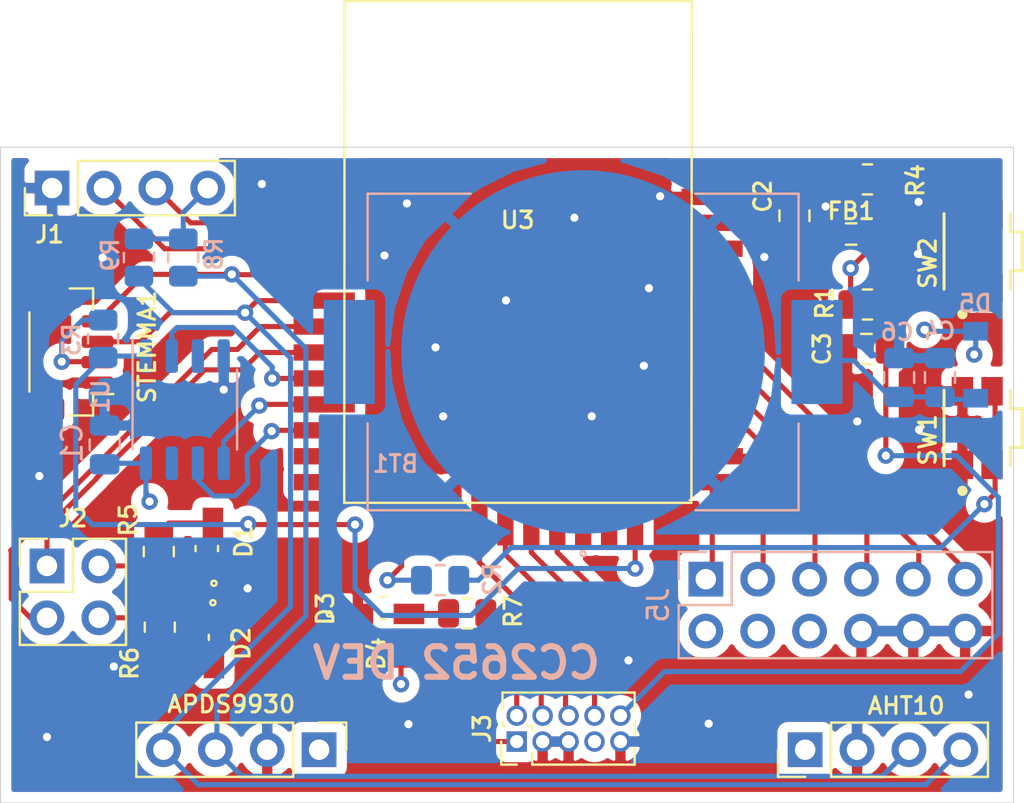
<source format=kicad_pcb>
(kicad_pcb (version 20171130) (host pcbnew 5.1.9-73d0e3b20d~88~ubuntu20.04.1)
  (layers (0 F.Cu signal) (1 In1.Cu signal) (2 In2.Cu signal) (31 B.Cu signal) (34 B.Paste user hide) (35 F.Paste user) (36 B.SilkS user) (37 F.SilkS user) (38 B.Mask user) (39 F.Mask user) (44 Edge.Cuts user))
  (net 0 "")
  (net 1 /XDS_RESET)
  (net 2 GND)
  (net 3 "Net-(C2-Pad1)")
  (net 4 "Net-(R2-Pad2)")
  (net 5 /SPI_SCLK)
  (net 6 /SPI_MOSI)
  (net 7 /XDS-TMS)
  (net 8 /SPI_MISO)
  (net 9 /FLASH_CS)
  (net 10 /GLED)
  (net 11 /XDS_TCK)
  (net 12 /RLED)
  (net 13 /XDS_TDI)
  (net 14 /SDA)
  (net 15 /SCL)
  (net 16 /UART_TXD)
  (net 17 /UART_RXD)
  (net 18 VDD)
  (net 19 "Net-(BT1-Pad2)")
  (net 20 "Net-(R2-Pad1)")
  (net 21 "Net-(R4-Pad1)")
  (net 22 "Net-(D1-Pad2)")
  (net 23 "Net-(D2-Pad2)")
  (net 24 "Net-(D3-Pad2)")
  (net 25 VCC)
  (net 26 "Net-(J2-Pad4)")
  (net 27 "Net-(J2-Pad2)")
  (net 28 /XDS_TDO)
  (net 29 "Net-(J5-Pad5)")
  (net 30 "Net-(J5-Pad3)")
  (net 31 "Net-(J5-Pad1)")
  (net 32 "Net-(J5-Pad11)")
  (net 33 "Net-(J5-Pad9)")
  (net 34 "Net-(J5-Pad7)")
  (module daughter_board:Panasonic-EVQ-P7A01P-0-0-MFG (layer F.Cu) (at 155.65 103 90)
    (fp_text reference SW2 (at -1.925 -2.75 90) (layer F.SilkS) (effects (font (size 0.82 0.82)) (justify left)))
    (fp_text value EVQ-P7A01P hide)
    (pad 1 smd rect (at -1.8 -1.05 90) (size 1.4 1.05) (layers F.Cu F.Paste F.Mask) (net 2 GND))
    (pad 1' smd rect (at 1.8 -1.05 90) (size 1.4 1.05) (layers F.Cu F.Paste F.Mask) (net 2 GND))
    (pad 2 smd rect (at -1.8 0.4 90) (size 1.4 1.05) (layers F.Cu F.Paste F.Mask) (net 21 "Net-(R4-Pad1)"))
    (pad 2' smd rect (at 1.8 0.4 90) (size 1.4 1.05) (layers F.Cu F.Paste F.Mask) (net 21 "Net-(R4-Pad1)"))
  )
  (module daughter_board:Panasonic-EVQ-P7A01P-0-0-MFG (layer F.Cu) (at 155.65 111.65 90)
    (fp_text reference SW1 (at -1.925 -2.75 90) (layer F.SilkS) (effects (font (size 0.82 0.82)) (justify left)))
    (fp_text value EVQ-P7A01P-switch2 hide)
    (pad 1 smd rect (at -1.8 -1.05 90) (size 1.4 1.05) (layers F.Cu F.Paste F.Mask) (net 2 GND))
    (pad 1' smd rect (at 1.8 -1.05 90) (size 1.4 1.05) (layers F.Cu F.Paste F.Mask) (net 2 GND))
    (pad 2 smd rect (at -1.8 0.4 90) (size 1.4 1.05) (layers F.Cu F.Paste F.Mask) (net 20 "Net-(R2-Pad1)"))
    (pad 2' smd rect (at 1.8 0.4 90) (size 1.4 1.05) (layers F.Cu F.Paste F.Mask) (net 20 "Net-(R2-Pad1)"))
  )
  (module daughter_board:Lite-On-LTST-S220KRKT-0-0-0 (layer F.Cu) (at 126.25 120.5)
    (fp_text reference D3 (at -2.85 0.9 90) (layer F.SilkS) (effects (font (size 0.82 0.82)) (justify left)))
    (fp_text value LED hide)
    (pad 1 smd rect (at -1.25 0.25) (size 1.5 1) (layers F.Cu F.Paste F.Mask) (net 2 GND))
    (pad 2 smd rect (at 1.25 0.25) (size 1.5 1) (layers F.Cu F.Paste F.Mask) (net 24 "Net-(D3-Pad2)"))
  )
  (module daughter_board:Lite-On-LTST-S220KRKT-0-0-0 (layer F.Cu) (at 118.2 121.9 270)
    (fp_text reference D2 (at -0.6 -1.1 90) (layer F.SilkS) (effects (font (size 0.82 0.82)) (justify right)))
    (fp_text value LED hide)
    (pad 1 smd rect (at -1.25 0.25 270) (size 1.5 1) (layers F.Cu F.Paste F.Mask) (net 2 GND))
    (pad 2 smd rect (at 1.25 0.25 270) (size 1.5 1) (layers F.Cu F.Paste F.Mask) (net 23 "Net-(D2-Pad2)"))
  )
  (module daughter_board:Lite-On-LTST-S220KRKT-0-0-0 (layer F.Cu) (at 117.65 117.55 90)
    (fp_text reference D1 (at -0.55 1.75 90) (layer F.SilkS) (effects (font (size 0.82 0.82)) (justify left)))
    (fp_text value LED hide)
    (pad 1 smd rect (at -1.25 0.25 90) (size 1.5 1) (layers F.Cu F.Paste F.Mask) (net 2 GND))
    (pad 2 smd rect (at 1.25 0.25 90) (size 1.5 1) (layers F.Cu F.Paste F.Mask) (net 22 "Net-(D1-Pad2)"))
  )
  (module Connector_JST:JST_SH_BM04B-SRSS-TB_1x04-1MP_P1.00mm_Vertical (layer F.Cu) (at 110.925 107.925 90)
    (fp_text reference STEMMA1 (at 0.25 3.75 90) (layer F.SilkS) (effects (font (size 0.82 0.82))))
    (fp_text value STEMMA_I2C_QT)
    (pad MP smd roundrect (at 2.8 -1.2 90) (size 1.2 1.8) (layers F.Cu F.Paste F.Mask) (roundrect_rratio 0.2083325))
    (pad MP smd roundrect (at -2.8 -1.2 90) (size 1.2 1.8) (layers F.Cu F.Paste F.Mask) (roundrect_rratio 0.2083325))
    (pad 4 smd roundrect (at 1.5 1.325 90) (size 0.6 1.55) (layers F.Cu F.Paste F.Mask) (net 15 /SCL))
    (pad 3 smd roundrect (at 0.5 1.325 90) (size 0.6 1.55) (layers F.Cu F.Paste F.Mask) (net 14 /SDA))
    (pad 2 smd roundrect (at -0.5 1.325 90) (size 0.6 1.55) (layers F.Cu F.Paste F.Mask) (net 18 VDD))
    (pad 1 smd roundrect (at -1.5 1.325 90) (size 0.6 1.55) (layers F.Cu F.Paste F.Mask) (net 2 GND))
  )
  (module Capacitor_SMD:C_0805_2012Metric (layer B.Cu) (at 153.5 109.175 90)
    (fp_text reference C4 (at 2.275 -0.05 180) (layer B.SilkS) (effects (font (size 0.82 0.82)) (justify mirror)))
    (fp_text value 1u)
    (pad 2 smd roundrect (at 0.95 0 90) (size 1 1.45) (layers B.Cu B.Paste B.Mask) (net 2 GND))
    (pad 1 smd roundrect (at -0.95 0 90) (size 1 1.45) (layers B.Cu B.Paste B.Mask) (net 19 "Net-(BT1-Pad2)"))
  )
  (module Capacitor_SMD:C_0805_2012Metric (layer B.Cu) (at 112.6 112.475 90)
    (fp_text reference C1 (at 0.1 -1.6 90) (layer B.SilkS) (effects (justify mirror)))
    (fp_text value 100n)
    (pad 2 smd roundrect (at 0.95 0 90) (size 1 1.45) (layers B.Cu B.Paste B.Mask) (net 2 GND))
    (pad 1 smd roundrect (at -0.95 0 90) (size 1 1.45) (layers B.Cu B.Paste B.Mask) (net 18 VDD))
  )
  (module Connector_PinHeader_2.54mm:PinHeader_2x06_P2.54mm_Vertical (layer B.Cu) (at 142.035 119.05 270)
    (fp_text reference J5 (at 1.27 2.33 270) (layer B.SilkS) (effects (justify mirror)))
    (fp_text value Conn_02x06)
    (pad 12 thru_hole oval (at 2.54 -12.7 270) (size 1.7 1.7) (drill 1) (layers *.Cu *.Mask) (net 2 GND))
    (pad 11 thru_hole oval (at 0 -12.7 270) (size 1.7 1.7) (drill 1) (layers *.Cu *.Mask) (net 32 "Net-(J5-Pad11)"))
    (pad 10 thru_hole oval (at 2.54 -10.16 270) (size 1.7 1.7) (drill 1) (layers *.Cu *.Mask) (net 2 GND))
    (pad 9 thru_hole oval (at 0 -10.16 270) (size 1.7 1.7) (drill 1) (layers *.Cu *.Mask) (net 33 "Net-(J5-Pad9)"))
    (pad 8 thru_hole oval (at 2.54 -7.62 270) (size 1.7 1.7) (drill 1) (layers *.Cu *.Mask) (net 2 GND))
    (pad 7 thru_hole oval (at 0 -7.62 270) (size 1.7 1.7) (drill 1) (layers *.Cu *.Mask) (net 34 "Net-(J5-Pad7)"))
    (pad 6 thru_hole oval (at 2.54 -5.08 270) (size 1.7 1.7) (drill 1) (layers *.Cu *.Mask) (net 18 VDD))
    (pad 5 thru_hole oval (at 0 -5.08 270) (size 1.7 1.7) (drill 1) (layers *.Cu *.Mask) (net 29 "Net-(J5-Pad5)"))
    (pad 4 thru_hole oval (at 2.54 -2.54 270) (size 1.7 1.7) (drill 1) (layers *.Cu *.Mask) (net 18 VDD))
    (pad 3 thru_hole oval (at 0 -2.54 270) (size 1.7 1.7) (drill 1) (layers *.Cu *.Mask) (net 30 "Net-(J5-Pad3)"))
    (pad 2 thru_hole oval (at 2.54 0 270) (size 1.7 1.7) (drill 1) (layers *.Cu *.Mask) (net 18 VDD))
    (pad 1 thru_hole rect (at 0 0 270) (size 1.7 1.7) (drill 1) (layers *.Cu *.Mask) (net 31 "Net-(J5-Pad1)"))
  )
  (module daughter_board:Linx-BAT-HLD-001-0 (layer B.Cu) (at 136.025 107.925)
    (fp_text reference BT1 (at -10.4 5.475) (layer B.SilkS) (effects (font (size 0.82 0.82)) (justify right mirror)))
    (fp_text value BAT-HLD-001 hide)
    (pad 2 smd rect (at -11.45 0) (size 2.5 5.1) (layers B.Cu B.Paste B.Mask) (net 19 "Net-(BT1-Pad2)"))
    (pad 2 smd rect (at 11.45 0) (size 2.5 5.1) (layers B.Cu B.Paste B.Mask) (net 19 "Net-(BT1-Pad2)"))
    (pad 1 smd circle (at 0 0) (size 17.8 17.8) (layers B.Cu B.Paste B.Mask) (net 2 GND))
  )
  (module Connector_PinHeader_2.54mm:PinHeader_2x02_P2.54mm_Vertical (layer F.Cu) (at 109.775 118.4)
    (fp_text reference J2 (at 1.27 -2.33) (layer F.SilkS) (effects (font (size 0.82 0.82))))
    (fp_text value Conn_02x02_Odd_Even)
    (pad 4 thru_hole oval (at 2.54 2.54) (size 1.7 1.7) (drill 1) (layers *.Cu *.Mask) (net 26 "Net-(J2-Pad4)"))
    (pad 3 thru_hole oval (at 0 2.54) (size 1.7 1.7) (drill 1) (layers *.Cu *.Mask) (net 12 /RLED))
    (pad 2 thru_hole oval (at 2.54 0) (size 1.7 1.7) (drill 1) (layers *.Cu *.Mask) (net 27 "Net-(J2-Pad2)"))
    (pad 1 thru_hole rect (at 0 0) (size 1.7 1.7) (drill 1) (layers *.Cu *.Mask) (net 10 /GLED))
  )
  (module Connector_PinHeader_2.54mm:PinHeader_1x04_P2.54mm_Vertical (layer F.Cu) (at 123.1 127.4 270)
    (fp_text reference APDS9930 (at -2.225 4.3 180) (layer F.SilkS) (effects (font (size 0.82 0.82))))
    (fp_text value Conn_01x04)
    (pad 4 thru_hole oval (at 0 7.62 270) (size 1.7 1.7) (drill 1) (layers *.Cu *.Mask) (net 14 /SDA))
    (pad 3 thru_hole oval (at 0 5.08 270) (size 1.7 1.7) (drill 1) (layers *.Cu *.Mask) (net 15 /SCL))
    (pad 2 thru_hole oval (at 0 2.54 270) (size 1.7 1.7) (drill 1) (layers *.Cu *.Mask) (net 2 GND))
    (pad 1 thru_hole rect (at 0 0 270) (size 1.7 1.7) (drill 1) (layers *.Cu *.Mask) (net 18 VDD))
  )
  (module Capacitor_SMD:C_0805_2012Metric (layer B.Cu) (at 151.5 109.175 90)
    (fp_text reference C6 (at 2.225 -0.1 180) (layer B.SilkS) (effects (font (size 0.82 0.82)) (justify mirror)))
    (fp_text value 100n)
    (pad 2 smd roundrect (at 0.95 0 90) (size 1 1.45) (layers B.Cu B.Paste B.Mask) (net 2 GND))
    (pad 1 smd roundrect (at -0.95 0 90) (size 1 1.45) (layers B.Cu B.Paste B.Mask) (net 19 "Net-(BT1-Pad2)"))
  )
  (module Resistor_SMD:R_0805_2012Metric (layer B.Cu) (at 114.275 103.3 90)
    (fp_text reference R9 (at 0.125 -1.4 270) (layer B.SilkS) (effects (font (size 0.82 0.82)) (justify mirror)))
    (fp_text value 10k)
    (pad 2 smd roundrect (at 0.9125 0 90) (size 1.025 1.4) (layers B.Cu B.Paste B.Mask) (roundrect_rratio 0.2439004878048781) (net 18 VDD))
    (pad 1 smd roundrect (at -0.9125 0 90) (size 1.025 1.4) (layers B.Cu B.Paste B.Mask) (roundrect_rratio 0.2439004878048781) (net 14 /SDA))
  )
  (module Resistor_SMD:R_0805_2012Metric (layer B.Cu) (at 116.45 103.3 90)
    (fp_text reference R8 (at 0.175 1.5 270) (layer B.SilkS) (effects (font (size 0.82 0.82)) (justify mirror)))
    (fp_text value 10k)
    (pad 2 smd roundrect (at 0.9125 0 90) (size 1.025 1.4) (layers B.Cu B.Paste B.Mask) (roundrect_rratio 0.2439004878048781) (net 18 VDD))
    (pad 1 smd roundrect (at -0.9125 0 90) (size 1.025 1.4) (layers B.Cu B.Paste B.Mask) (roundrect_rratio 0.2439004878048781) (net 15 /SCL))
  )
  (module Resistor_SMD:R_0805_2012Metric (layer F.Cu) (at 149.95 105.6 180)
    (fp_text reference R1 (at 2.1 0.075 90) (layer F.SilkS) (effects (font (size 0.82 0.82))))
    (fp_text value 10k)
    (pad 2 smd roundrect (at 0.9125 0 180) (size 1.025 1.4) (layers F.Cu F.Paste F.Mask) (roundrect_rratio 0.2439004878048781) (net 18 VDD))
    (pad 1 smd roundrect (at -0.9125 0 180) (size 1.025 1.4) (layers F.Cu F.Paste F.Mask) (roundrect_rratio 0.2439004878048781) (net 1 /XDS_RESET))
  )
  (module Capacitor_SMD:C_0805_2012Metric (layer F.Cu) (at 149.9 107.775 180)
    (fp_text reference C3 (at 2.175 0 90) (layer F.SilkS) (effects (font (size 0.82 0.82))))
    (fp_text value 100n)
    (pad 2 smd roundrect (at 0.95 0 180) (size 1 1.45) (layers F.Cu F.Paste F.Mask) (net 2 GND))
    (pad 1 smd roundrect (at -0.95 0 180) (size 1 1.45) (layers F.Cu F.Paste F.Mask) (net 1 /XDS_RESET))
  )
  (module Resistor_SMD:R_0603_1608Metric_Pad0.98x0.95mm_HandSolder (layer F.Cu) (at 149.15 102.15 180)
    (fp_text reference FB1 (at 0 1.125) (layer F.SilkS) (effects (font (size 0.82 0.82))))
    (fp_text value BLM18HE152SN1D)
    (pad 2 smd roundrect (at 0.9125 0 180) (size 0.975 0.95) (layers F.Cu F.Paste F.Mask) (net 3 "Net-(C2-Pad1)"))
    (pad 1 smd roundrect (at -0.9125 0 180) (size 0.975 0.95) (layers F.Cu F.Paste F.Mask) (net 18 VDD))
  )
  (module Package_SO:SOP-8_3.9x4.9mm_P1.27mm (layer B.Cu) (at 116.525 110.75 270)
    (fp_text reference U1 (at -0.65 4.125 90) (layer B.SilkS) (effects (font (size 0.82 0.82)) (justify mirror)))
    (fp_text value MX25R8035FM1IH1)
    (pad 8 smd roundrect (at 2.625 1.905 270) (size 1.65 0.6) (layers B.Cu B.Paste B.Mask) (net 18 VDD))
    (pad 7 smd roundrect (at 2.625 0.635 270) (size 1.65 0.6) (layers B.Cu B.Paste B.Mask))
    (pad 6 smd roundrect (at 2.625 -0.635 270) (size 1.65 0.6) (layers B.Cu B.Paste B.Mask) (net 5 /SPI_SCLK))
    (pad 5 smd roundrect (at 2.625 -1.905 270) (size 1.65 0.6) (layers B.Cu B.Paste B.Mask) (net 6 /SPI_MOSI))
    (pad 4 smd roundrect (at -2.625 -1.905 270) (size 1.65 0.6) (layers B.Cu B.Paste B.Mask) (net 2 GND))
    (pad 3 smd roundrect (at -2.625 -0.635 270) (size 1.65 0.6) (layers B.Cu B.Paste B.Mask))
    (pad 2 smd roundrect (at -2.625 0.635 270) (size 1.65 0.6) (layers B.Cu B.Paste B.Mask) (net 8 /SPI_MISO))
    (pad 1 smd roundrect (at -2.625 1.905 270) (size 1.65 0.6) (layers B.Cu B.Paste B.Mask) (net 9 /FLASH_CS))
  )
  (module daughter_board:SOD-123FL (layer B.Cu) (at 155.25 108.55 270)
    (fp_text reference D5 (at -3 0.025) (layer B.SilkS) (effects (font (size 0.82 0.82)) (justify mirror)))
    (fp_text value DIODE)
    (pad 1 smd rect (at 1.6383 0 270) (size 0.9144 1.2192) (layers B.Cu B.Paste B.Mask) (net 19 "Net-(BT1-Pad2)"))
    (pad 2 smd rect (at -1.6383 0 270) (size 0.9144 1.2192) (layers B.Cu B.Paste B.Mask) (net 18 VDD))
  )
  (module daughter_board:SOD-123FL (layer F.Cu) (at 128.75 122.775)
    (fp_text reference D4 (at -2.85 -0.075 270) (layer F.SilkS) (effects (font (size 0.82 0.82))))
    (fp_text value DIODE hide)
    (pad 1 smd rect (at 1.6383 0) (size 0.9144 1.2192) (layers F.Cu F.Paste F.Mask) (net 25 VCC))
    (pad 2 smd rect (at -1.6383 0) (size 0.9144 1.2192) (layers F.Cu F.Paste F.Mask) (net 18 VDD))
  )
  (module Connector_PinHeader_2.54mm:PinHeader_1x04_P2.54mm_Vertical (layer F.Cu) (at 146.9 127.4 90)
    (fp_text reference AHT10 (at 2.15 4.95) (layer F.SilkS) (effects (font (size 0.82 0.82))))
    (fp_text value Conn_01x04)
    (pad 4 thru_hole oval (at 0 7.62 90) (size 1.7 1.7) (drill 1) (layers *.Cu *.Mask) (net 14 /SDA))
    (pad 3 thru_hole oval (at 0 5.08 90) (size 1.7 1.7) (drill 1) (layers *.Cu *.Mask) (net 15 /SCL))
    (pad 2 thru_hole oval (at 0 2.54 90) (size 1.7 1.7) (drill 1) (layers *.Cu *.Mask) (net 2 GND))
    (pad 1 thru_hole rect (at 0 0 90) (size 1.7 1.7) (drill 1) (layers *.Cu *.Mask) (net 18 VDD))
  )
  (module Connector_PinHeader_1.27mm:PinHeader_2x05_P1.27mm_Vertical (layer F.Cu) (at 132.775 127 90)
    (fp_text reference J3 (at 0.635 -1.695 90) (layer F.SilkS) (effects (font (size 0.82 0.82))))
    (fp_text value Conn_02x05_Odd_Even)
    (pad 10 thru_hole oval (at 1.27 5.08 90) (size 1 1) (drill 0.65) (layers *.Cu *.Mask) (net 1 /XDS_RESET))
    (pad 9 thru_hole oval (at 0 5.08 90) (size 1 1) (drill 0.65) (layers *.Cu *.Mask) (net 2 GND))
    (pad 8 thru_hole oval (at 1.27 3.81 90) (size 1 1) (drill 0.65) (layers *.Cu *.Mask) (net 13 /XDS_TDI))
    (pad 7 thru_hole oval (at 0 3.81 90) (size 1 1) (drill 0.65) (layers *.Cu *.Mask))
    (pad 6 thru_hole oval (at 1.27 2.54 90) (size 1 1) (drill 0.65) (layers *.Cu *.Mask) (net 28 /XDS_TDO))
    (pad 5 thru_hole oval (at 0 2.54 90) (size 1 1) (drill 0.65) (layers *.Cu *.Mask) (net 2 GND))
    (pad 4 thru_hole oval (at 1.27 1.27 90) (size 1 1) (drill 0.65) (layers *.Cu *.Mask) (net 11 /XDS_TCK))
    (pad 3 thru_hole oval (at 0 1.27 90) (size 1 1) (drill 0.65) (layers *.Cu *.Mask) (net 2 GND))
    (pad 2 thru_hole oval (at 1.27 0 90) (size 1 1) (drill 0.65) (layers *.Cu *.Mask) (net 7 /XDS-TMS))
    (pad 1 thru_hole rect (at 0 0 90) (size 1 1) (drill 0.65) (layers *.Cu *.Mask) (net 25 VCC))
  )
  (module Resistor_SMD:R_0805_2012Metric (layer F.Cu) (at 130.35 120.725)
    (fp_text reference R7 (at 2.25 -0.1 90) (layer F.SilkS) (effects (font (size 0.82 0.82))))
    (fp_text value 150)
    (pad 2 smd roundrect (at 0.9125 0) (size 1.025 1.4) (layers F.Cu F.Paste F.Mask) (roundrect_rratio 0.2439004878048781) (net 25 VCC))
    (pad 1 smd roundrect (at -0.9125 0) (size 1.025 1.4) (layers F.Cu F.Paste F.Mask) (roundrect_rratio 0.2439004878048781) (net 24 "Net-(D3-Pad2)"))
  )
  (module Resistor_SMD:R_0805_2012Metric (layer F.Cu) (at 115.3 121.4 90)
    (fp_text reference R6 (at -1.775 -1.475 90) (layer F.SilkS) (effects (font (size 0.82 0.82))))
    (fp_text value 150)
    (pad 2 smd roundrect (at 0.9125 0 90) (size 1.025 1.4) (layers F.Cu F.Paste F.Mask) (roundrect_rratio 0.2439004878048781) (net 26 "Net-(J2-Pad4)"))
    (pad 1 smd roundrect (at -0.9125 0 90) (size 1.025 1.4) (layers F.Cu F.Paste F.Mask) (roundrect_rratio 0.2439004878048781) (net 23 "Net-(D2-Pad2)"))
  )
  (module Resistor_SMD:R_0805_2012Metric (layer F.Cu) (at 115.25 117.7 270)
    (fp_text reference R5 (at -1.55 1.5 90) (layer F.SilkS) (effects (font (size 0.82 0.82))))
    (fp_text value 150)
    (pad 2 smd roundrect (at 0.9125 0 270) (size 1.025 1.4) (layers F.Cu F.Paste F.Mask) (roundrect_rratio 0.2439004878048781) (net 27 "Net-(J2-Pad2)"))
    (pad 1 smd roundrect (at -0.9125 0 270) (size 1.025 1.4) (layers F.Cu F.Paste F.Mask) (roundrect_rratio 0.2439004878048781) (net 22 "Net-(D1-Pad2)"))
  )
  (module Resistor_SMD:R_0805_2012Metric (layer F.Cu) (at 149.95 99.475 180)
    (fp_text reference R4 (at -2.35 -0.05 90) (layer F.SilkS) (effects (font (size 0.82 0.82))))
    (fp_text value 100)
    (pad 2 smd roundrect (at 0.9125 0 180) (size 1.025 1.4) (layers F.Cu F.Paste F.Mask) (roundrect_rratio 0.2439004878048781) (net 1 /XDS_RESET))
    (pad 1 smd roundrect (at -0.9125 0 180) (size 1.025 1.4) (layers F.Cu F.Paste F.Mask) (roundrect_rratio 0.2439004878048781) (net 21 "Net-(R4-Pad1)"))
  )
  (module Resistor_SMD:R_0805_2012Metric (layer B.Cu) (at 112.525 107.275 270)
    (fp_text reference R3 (at 0.05 1.55 90) (layer B.SilkS) (effects (font (size 0.82 0.82)) (justify mirror)))
    (fp_text value 2.2k)
    (pad 2 smd roundrect (at 0.9125 0 270) (size 1.025 1.4) (layers B.Cu B.Paste B.Mask) (roundrect_rratio 0.2439004878048781) (net 9 /FLASH_CS))
    (pad 1 smd roundrect (at -0.9125 0 270) (size 1.025 1.4) (layers B.Cu B.Paste B.Mask) (roundrect_rratio 0.2439004878048781) (net 18 VDD))
  )
  (module Resistor_SMD:R_0805_2012Metric (layer B.Cu) (at 129.025 119.1 180)
    (fp_text reference R2 (at -2.55 0.05 90) (layer B.SilkS) (effects (font (size 0.82 0.82)) (justify mirror)))
    (fp_text value 100)
    (pad 2 smd roundrect (at 0.9125 0 180) (size 1.025 1.4) (layers B.Cu B.Paste B.Mask) (roundrect_rratio 0.2439004878048781) (net 4 "Net-(R2-Pad2)"))
    (pad 1 smd roundrect (at -0.9125 0 180) (size 1.025 1.4) (layers B.Cu B.Paste B.Mask) (roundrect_rratio 0.2439004878048781) (net 20 "Net-(R2-Pad1)"))
  )
  (module Connector_PinHeader_2.54mm:PinHeader_1x04_P2.54mm_Vertical (layer F.Cu) (at 110.025 99.9 90)
    (fp_text reference J1 (at -2.275 -0.125 180) (layer F.SilkS) (effects (font (size 0.82 0.82))))
    (fp_text value Conn_01x04)
    (pad 4 thru_hole oval (at 0 7.62 90) (size 1.7 1.7) (drill 1) (layers *.Cu *.Mask) (net 18 VDD))
    (pad 3 thru_hole oval (at 0 5.08 90) (size 1.7 1.7) (drill 1) (layers *.Cu *.Mask) (net 17 /UART_RXD))
    (pad 2 thru_hole oval (at 0 2.54 90) (size 1.7 1.7) (drill 1) (layers *.Cu *.Mask) (net 16 /UART_TXD))
    (pad 1 thru_hole rect (at 0 0 90) (size 1.7 1.7) (drill 1) (layers *.Cu *.Mask) (net 2 GND))
  )
  (module Capacitor_SMD:C_0805_2012Metric (layer F.Cu) (at 146.375 101.25 90)
    (fp_text reference C2 (at 0.95 -1.55 90) (layer F.SilkS) (effects (font (size 0.82 0.82))))
    (fp_text value 100n)
    (pad 2 smd roundrect (at 0.95 0 90) (size 1 1.45) (layers F.Cu F.Paste F.Mask) (net 2 GND))
    (pad 1 smd roundrect (at -0.95 0 90) (size 1 1.45) (layers F.Cu F.Paste F.Mask) (net 3 "Net-(C2-Pad1)"))
  )
  (module daughter_board:rf_star_cc2652 (layer F.Cu) (at 132.08 102.87)
    (fp_text reference U3 (at 0.74 -1.4) (layer F.SilkS) (effects (font (size 0.82 0.82))))
    (fp_text value CC2652)
    (pad 36 smd rect (at 10.26 -3.81 270) (size 0.8 3) (layers F.Cu F.Paste F.Mask) (net 1 /XDS_RESET))
    (pad 35 smd rect (at 10.26 -2.54 270) (size 0.8 3) (layers F.Cu F.Paste F.Mask) (net 2 GND))
    (pad 34 smd rect (at 10.26 -1.27 270) (size 0.8 3) (layers F.Cu F.Paste F.Mask) (net 3 "Net-(C2-Pad1)"))
    (pad 33 smd rect (at 10.26 0 270) (size 0.8 3) (layers F.Cu F.Paste F.Mask))
    (pad 32 smd rect (at 10.26 1.27 270) (size 0.8 3) (layers F.Cu F.Paste F.Mask))
    (pad 31 smd rect (at 10.26 2.54 270) (size 0.8 3) (layers F.Cu F.Paste F.Mask))
    (pad 30 smd rect (at 10.26 3.81 270) (size 0.8 3) (layers F.Cu F.Paste F.Mask))
    (pad 29 smd rect (at 10.26 5.08 270) (size 0.8 3) (layers F.Cu F.Paste F.Mask) (net 32 "Net-(J5-Pad11)"))
    (pad 28 smd rect (at 10.26 6.35 270) (size 0.8 3) (layers F.Cu F.Paste F.Mask) (net 33 "Net-(J5-Pad9)"))
    (pad 27 smd rect (at 10.26 7.62 270) (size 0.8 3) (layers F.Cu F.Paste F.Mask) (net 34 "Net-(J5-Pad7)"))
    (pad 13 smd rect (at -8.73 11.43 270) (size 0.8 3) (layers F.Cu F.Paste F.Mask))
    (pad 14 smd rect (at -4.94 13.03 180) (size 0.8 3) (layers F.Cu F.Paste F.Mask) (net 4 "Net-(R2-Pad2)"))
    (pad 12 smd rect (at -8.73 10.16 270) (size 0.8 3) (layers F.Cu F.Paste F.Mask))
    (pad 15 smd rect (at -3.67 13.03 180) (size 0.8 3) (layers F.Cu F.Paste F.Mask))
    (pad 11 smd rect (at -8.73 8.89 270) (size 0.8 3) (layers F.Cu F.Paste F.Mask) (net 5 /SPI_SCLK))
    (pad 16 smd rect (at -2.4 13.03 180) (size 0.8 3) (layers F.Cu F.Paste F.Mask))
    (pad 10 smd rect (at -8.73 7.62 270) (size 0.8 3) (layers F.Cu F.Paste F.Mask) (net 6 /SPI_MOSI))
    (pad 17 smd rect (at -1.13 13.03 180) (size 0.8 3) (layers F.Cu F.Paste F.Mask) (net 7 /XDS-TMS))
    (pad 9 smd rect (at -8.73 6.35 270) (size 0.8 3) (layers F.Cu F.Paste F.Mask) (net 8 /SPI_MISO))
    (pad 23 smd rect (at 6.49 13.03 180) (size 0.8 3) (layers F.Cu F.Paste F.Mask) (net 9 /FLASH_CS))
    (pad 8 smd rect (at -8.73 5.08 270) (size 0.8 3) (layers F.Cu F.Paste F.Mask) (net 10 /GLED))
    (pad 18 smd rect (at 0.14 13.03 180) (size 0.8 3) (layers F.Cu F.Paste F.Mask) (net 11 /XDS_TCK))
    (pad 7 smd rect (at -8.73 3.81 270) (size 0.8 3) (layers F.Cu F.Paste F.Mask) (net 12 /RLED))
    (pad 19 smd rect (at 1.41 13.03 180) (size 0.8 3) (layers F.Cu F.Paste F.Mask) (net 28 /XDS_TDO))
    (pad 6 smd rect (at -8.73 2.54 270) (size 0.8 3) (layers F.Cu F.Paste F.Mask) (net 14 /SDA))
    (pad 20 smd rect (at 2.68 13.03 180) (size 0.8 3) (layers F.Cu F.Paste F.Mask) (net 13 /XDS_TDI))
    (pad 5 smd rect (at -8.73 1.27 270) (size 0.8 3) (layers F.Cu F.Paste F.Mask) (net 15 /SCL))
    (pad 21 smd rect (at 3.95 13.03 180) (size 0.8 3) (layers F.Cu F.Paste F.Mask))
    (pad 4 smd rect (at -8.73 0 270) (size 0.8 3) (layers F.Cu F.Paste F.Mask) (net 16 /UART_TXD))
    (pad 22 smd rect (at 5.22 13.03 180) (size 0.8 3) (layers F.Cu F.Paste F.Mask))
    (pad 3 smd rect (at -8.73 -1.27 270) (size 0.8 3) (layers F.Cu F.Paste F.Mask) (net 17 /UART_RXD))
    (pad 24 smd rect (at 10.27 11.43 270) (size 0.8 3) (layers F.Cu F.Paste F.Mask) (net 31 "Net-(J5-Pad1)"))
    (pad 2 smd rect (at -8.73 -2.54 270) (size 0.8 3) (layers F.Cu F.Paste F.Mask))
    (pad 25 smd rect (at 10.27 10.16 270) (size 0.8 3) (layers F.Cu F.Paste F.Mask) (net 30 "Net-(J5-Pad3)"))
    (pad 1 smd rect (at -8.73 -3.81 270) (size 0.8 3) (layers F.Cu F.Paste F.Mask))
    (pad 26 smd rect (at 10.27 8.89 270) (size 0.8 3) (layers F.Cu F.Paste F.Mask) (net 29 "Net-(J5-Pad5)"))
  )
  (gr_line (start 157.1 130) (end 157.1 129.8) (layer Edge.Cuts) (width 0.05))
  (gr_line (start 107.5 130) (end 157.1 130) (layer Edge.Cuts) (width 0.05))
  (gr_line (start 107.5 129.8) (end 107.5 130) (layer Edge.Cuts) (width 0.05))
  (gr_line (start 157.1 129.8) (end 157.1 119.9) (layer Edge.Cuts) (width 0.05))
  (gr_line (start 107.5 97.9) (end 107.5 129.8) (layer Edge.Cuts) (width 0.05))
  (gr_line (start 157.1 97.9) (end 107.5 97.9) (layer Edge.Cuts) (width 0.05))
  (gr_line (start 157.1 119.9) (end 157.1 97.9) (layer Edge.Cuts) (width 0.05))
  (gr_text "CC2652 DEV" (at 129.825 123.15) (layer B.SilkS) (effects (font (size 1.5 1.5) (thickness 0.3)) (justify mirror)))
  (segment (start 148.6225 99.06) (end 149.0375 99.475) (width 0.25) (layer F.Cu) (net 1))
  (segment (start 142.34 99.06) (end 148.6225 99.06) (width 0.25) (layer F.Cu) (net 1))
  (segment (start 149.0375 99.475) (end 149.0375 100.0875) (width 0.25) (layer F.Cu) (net 1))
  (segment (start 149.0375 100.0875) (end 149.9 100.95) (width 0.25) (layer F.Cu) (net 1))
  (segment (start 149.9 100.95) (end 150.3 100.95) (width 0.25) (layer F.Cu) (net 1))
  (segment (start 150.3 100.95) (end 150.875 101.525) (width 0.25) (layer F.Cu) (net 1))
  (segment (start 150.8625 107.7625) (end 150.85 107.775) (width 0.25) (layer F.Cu) (net 1))
  (segment (start 150.8625 105.6) (end 150.8625 107.7625) (width 0.25) (layer F.Cu) (net 1))
  (segment (start 150.8625 102.1875) (end 150.8625 105.6) (width 0.25) (layer F.Cu) (net 1))
  (segment (start 150.875 102.175) (end 150.8625 102.1875) (width 0.25) (layer F.Cu) (net 1))
  (segment (start 150.875 101.525) (end 150.875 102.175) (width 0.25) (layer F.Cu) (net 1))
  (segment (start 150.85 107.775) (end 150.85 113) (width 0.25) (layer F.Cu) (net 1))
  (via (at 150.85 113) (size 0.8) (drill 0.4) (layers F.Cu B.Cu) (net 1))
  (segment (start 154.313802 113) (end 150.85 113) (width 0.25) (layer B.Cu) (net 1))
  (segment (start 156.360001 121.719801) (end 156.360001 115.046199) (width 0.25) (layer B.Cu) (net 1))
  (segment (start 156.360001 115.046199) (end 154.313802 113) (width 0.25) (layer B.Cu) (net 1))
  (segment (start 154.504802 123.575) (end 156.360001 121.719801) (width 0.25) (layer B.Cu) (net 1))
  (segment (start 140.01 123.575) (end 154.504802 123.575) (width 0.25) (layer B.Cu) (net 1))
  (segment (start 137.855 125.73) (end 140.01 123.575) (width 0.25) (layer B.Cu) (net 1))
  (via (at 149.45 111.325) (size 0.8) (drill 0.4) (layers F.Cu B.Cu) (net 2))
  (via (at 119.6 119.5) (size 0.8) (drill 0.4) (layers F.Cu B.Cu) (net 2))
  (via (at 109.775 126.775) (size 0.8) (drill 0.4) (layers F.Cu B.Cu) (net 2))
  (via (at 113.05 123.325) (size 0.8) (drill 0.4) (layers F.Cu B.Cu) (net 2))
  (via (at 127.475 126.15) (size 0.8) (drill 0.4) (layers F.Cu B.Cu) (net 2))
  (via (at 142.175 126.125) (size 0.8) (drill 0.4) (layers F.Cu B.Cu) (net 2))
  (via (at 152.45 100.575) (size 0.8) (drill 0.4) (layers F.Cu B.Cu) (net 2))
  (via (at 152.475 111.725) (size 0.8) (drill 0.4) (layers F.Cu B.Cu) (net 2))
  (via (at 138.25 123.025) (size 0.8) (drill 0.4) (layers F.Cu B.Cu) (net 2))
  (via (at 127.4 100.65) (size 0.8) (drill 0.4) (layers F.Cu B.Cu) (net 2))
  (via (at 112.5 103.3) (size 0.8) (drill 0.4) (layers F.Cu B.Cu) (net 2))
  (segment (start 144.95 103.225) (end 144.9 103.275) (width 0.25) (layer F.Cu) (net 2))
  (segment (start 144.95 103.025) (end 144.95 103.225) (width 0.25) (layer F.Cu) (net 2))
  (via (at 135.6 101.35) (size 0.8) (drill 0.4) (layers F.Cu B.Cu) (net 2))
  (via (at 129.175 111.075) (size 0.8) (drill 0.4) (layers F.Cu B.Cu) (net 2))
  (via (at 136.45 111.075) (size 0.8) (drill 0.4) (layers F.Cu B.Cu) (net 2))
  (via (at 144.9 103.275) (size 0.8) (drill 0.4) (layers F.Cu B.Cu) (net 2))
  (via (at 152.425 103.125) (size 0.8) (drill 0.4) (layers F.Cu B.Cu) (net 2))
  (segment (start 152.375 103.175) (end 152.425 103.125) (width 0.25) (layer F.Cu) (net 2))
  (segment (start 152.35 103.175) (end 152.375 103.175) (width 0.25) (layer F.Cu) (net 2))
  (via (at 132.25 105.4) (size 0.8) (drill 0.4) (layers F.Cu B.Cu) (net 2))
  (segment (start 135.3 107.925) (end 136.025 107.925) (width 0.25) (layer B.Cu) (net 2))
  (via (at 139.25 104.8) (size 0.8) (drill 0.4) (layers F.Cu B.Cu) (net 2))
  (segment (start 136.325 107.925) (end 136.025 107.925) (width 0.25) (layer B.Cu) (net 2))
  (segment (start 142.34 100.33) (end 146.345 100.33) (width 0.25) (layer F.Cu) (net 2))
  (segment (start 118.43 108.125) (end 118.43 109.77) (width 0.25) (layer B.Cu) (net 2))
  (via (at 118.43 109.77) (size 0.8) (drill 0.4) (layers F.Cu B.Cu) (net 2))
  (via (at 109.4 114) (size 0.8) (drill 0.4) (layers F.Cu B.Cu) (net 2))
  (via (at 154.9 124.7) (size 0.8) (drill 0.4) (layers F.Cu B.Cu) (net 2))
  (via (at 139 108.6) (size 0.8) (drill 0.4) (layers F.Cu B.Cu) (net 2))
  (via (at 128.8 107.7) (size 0.8) (drill 0.4) (layers F.Cu B.Cu) (net 2))
  (via (at 126.3 103.2) (size 0.8) (drill 0.4) (layers F.Cu B.Cu) (net 2))
  (via (at 120.3 99.7) (size 0.8) (drill 0.4) (layers F.Cu B.Cu) (net 2))
  (via (at 147.9 100.8) (size 0.8) (drill 0.4) (layers F.Cu B.Cu) (net 2))
  (via (at 139.8 100.3) (size 0.8) (drill 0.4) (layers F.Cu B.Cu) (net 2))
  (segment (start 146.025 101.6) (end 146.575 102.15) (width 0.25) (layer F.Cu) (net 3))
  (segment (start 142.34 101.6) (end 146.025 101.6) (width 0.25) (layer F.Cu) (net 3))
  (segment (start 146.575 102.15) (end 148.2375 102.15) (width 0.25) (layer F.Cu) (net 3))
  (segment (start 128.1125 119.1) (end 126.45 119.1) (width 0.25) (layer B.Cu) (net 4))
  (via (at 126.45 119.1) (size 0.8) (drill 0.4) (layers F.Cu B.Cu) (net 4))
  (segment (start 127.14 118.41) (end 126.45 119.1) (width 0.25) (layer F.Cu) (net 4))
  (segment (start 127.14 115.9) (end 127.14 118.41) (width 0.25) (layer F.Cu) (net 4))
  (via (at 120.775 111.8) (size 0.8) (drill 0.4) (layers F.Cu B.Cu) (net 5))
  (segment (start 120.815 111.76) (end 120.775 111.8) (width 0.25) (layer F.Cu) (net 5))
  (segment (start 123.35 111.76) (end 120.815 111.76) (width 0.25) (layer F.Cu) (net 5))
  (segment (start 120.775 111.8) (end 119.575 113) (width 0.25) (layer B.Cu) (net 5))
  (segment (start 119.575 113.670198) (end 119.6 113.695198) (width 0.25) (layer B.Cu) (net 5))
  (segment (start 119.575 113) (end 119.575 113.670198) (width 0.25) (layer B.Cu) (net 5))
  (segment (start 119.6 113.695198) (end 119.6 114.35) (width 0.25) (layer B.Cu) (net 5))
  (segment (start 119.6 114.35) (end 118.975 114.975) (width 0.25) (layer B.Cu) (net 5))
  (segment (start 117.16 114.2) (end 117.16 113.375) (width 0.25) (layer B.Cu) (net 5))
  (segment (start 117.935 114.975) (end 117.16 114.2) (width 0.25) (layer B.Cu) (net 5))
  (segment (start 118.975 114.975) (end 117.935 114.975) (width 0.25) (layer B.Cu) (net 5))
  (segment (start 123.35 110.49) (end 120.14 110.49) (width 0.25) (layer F.Cu) (net 6))
  (via (at 120.175 110.55) (size 0.8) (drill 0.4) (layers F.Cu B.Cu) (net 6))
  (segment (start 120.14 110.515) (end 120.175 110.55) (width 0.25) (layer F.Cu) (net 6))
  (segment (start 120.14 110.49) (end 120.14 110.515) (width 0.25) (layer F.Cu) (net 6))
  (segment (start 118.43 112.295) (end 118.43 113.375) (width 0.25) (layer B.Cu) (net 6))
  (segment (start 120.175 110.55) (end 118.43 112.295) (width 0.25) (layer B.Cu) (net 6))
  (segment (start 130.95 115.9) (end 130.95 118.225) (width 0.25) (layer F.Cu) (net 7))
  (segment (start 132.775 125.73) (end 132.775 125.675) (width 0.25) (layer B.Cu) (net 7))
  (segment (start 132.775 125.73) (end 132.775 120.05) (width 0.25) (layer F.Cu) (net 7))
  (segment (start 132.775 120.05) (end 132.575 119.85) (width 0.25) (layer F.Cu) (net 7))
  (segment (start 130.95 118.225) (end 132.575 119.85) (width 0.25) (layer F.Cu) (net 7))
  (segment (start 123.35 109.22) (end 120.805 109.22) (width 0.25) (layer F.Cu) (net 8))
  (via (at 120.805 109.22) (size 0.8) (drill 0.4) (layers F.Cu B.Cu) (net 8))
  (segment (start 115.89 108.125) (end 115.89 106.985) (width 0.25) (layer B.Cu) (net 8))
  (segment (start 115.89 106.985) (end 116.15 106.725) (width 0.25) (layer B.Cu) (net 8))
  (segment (start 120.805 108.654315) (end 120.805 109.22) (width 0.25) (layer B.Cu) (net 8))
  (segment (start 118.875685 106.725) (end 120.805 108.654315) (width 0.25) (layer B.Cu) (net 8))
  (segment (start 116.15 106.725) (end 118.875685 106.725) (width 0.25) (layer B.Cu) (net 8))
  (segment (start 112.5875 108.125) (end 112.525 108.1875) (width 0.25) (layer B.Cu) (net 9))
  (segment (start 114.62 108.125) (end 112.5875 108.125) (width 0.25) (layer B.Cu) (net 9))
  (via (at 119.625 116.35) (size 0.8) (drill 0.4) (layers F.Cu B.Cu) (net 9))
  (segment (start 121.575 116.375) (end 122.25 116.375) (width 0.25) (layer F.Cu) (net 9))
  (segment (start 121.575 116.375) (end 124.86 116.375) (width 0.25) (layer F.Cu) (net 9))
  (via (at 124.86 116.375) (size 0.8) (drill 0.4) (layers F.Cu B.Cu) (net 9))
  (segment (start 124.86 116.375) (end 124.86 119.485) (width 0.25) (layer B.Cu) (net 9))
  (segment (start 124.86 119.485) (end 126.2 120.825) (width 0.25) (layer B.Cu) (net 9))
  (segment (start 126.2 120.825) (end 130.55 120.825) (width 0.25) (layer B.Cu) (net 9))
  (segment (start 130.55 120.825) (end 132.85 118.525) (width 0.25) (layer B.Cu) (net 9))
  (via (at 138.575 118.525) (size 0.8) (drill 0.4) (layers F.Cu B.Cu) (net 9))
  (segment (start 132.85 118.525) (end 138.575 118.525) (width 0.25) (layer B.Cu) (net 9))
  (segment (start 138.575 115.905) (end 138.57 115.9) (width 0.25) (layer F.Cu) (net 9))
  (segment (start 138.575 118.525) (end 138.575 115.905) (width 0.25) (layer F.Cu) (net 9))
  (segment (start 119.65 116.375) (end 119.625 116.35) (width 0.25) (layer F.Cu) (net 9))
  (segment (start 121.575 116.375) (end 119.65 116.375) (width 0.25) (layer F.Cu) (net 9))
  (segment (start 111.185001 115.560001) (end 111.185001 109.527499) (width 0.25) (layer B.Cu) (net 9))
  (segment (start 112 116.375) (end 111.185001 115.560001) (width 0.25) (layer B.Cu) (net 9))
  (segment (start 111.185001 109.527499) (end 112.525 108.1875) (width 0.25) (layer B.Cu) (net 9))
  (segment (start 119.6 116.375) (end 112 116.375) (width 0.25) (layer B.Cu) (net 9))
  (segment (start 119.625 116.35) (end 119.6 116.375) (width 0.25) (layer B.Cu) (net 9))
  (segment (start 120.2 107.95) (end 123.35 107.95) (width 0.25) (layer F.Cu) (net 10))
  (segment (start 119.35 108.8) (end 120.2 107.95) (width 0.25) (layer F.Cu) (net 10))
  (segment (start 117.5 108.8) (end 119.35 108.8) (width 0.25) (layer F.Cu) (net 10))
  (segment (start 112.2 114.1) (end 117.5 108.8) (width 0.25) (layer F.Cu) (net 10))
  (segment (start 112.2 114.1) (end 112.2 114.125) (width 0.25) (layer F.Cu) (net 10))
  (segment (start 109.775 116.55) (end 109.775 118.4) (width 0.25) (layer F.Cu) (net 10))
  (segment (start 112.2 114.125) (end 109.775 116.55) (width 0.25) (layer F.Cu) (net 10))
  (segment (start 132.22 115.9) (end 132.22 117.845) (width 0.25) (layer F.Cu) (net 11))
  (segment (start 134.045 125.73) (end 134 125.775) (width 0.25) (layer F.Cu) (net 11))
  (segment (start 133.975 125.75) (end 133.975 119.6) (width 0.25) (layer F.Cu) (net 11))
  (segment (start 134 125.775) (end 133.975 125.75) (width 0.25) (layer F.Cu) (net 11))
  (segment (start 132.22 117.845) (end 133.975 119.6) (width 0.25) (layer F.Cu) (net 11))
  (segment (start 108.025 120) (end 108.965 120.94) (width 0.25) (layer F.Cu) (net 12))
  (segment (start 108 117.65) (end 108.025 117.675) (width 0.25) (layer F.Cu) (net 12))
  (segment (start 117.85 107.8) (end 108 117.65) (width 0.25) (layer F.Cu) (net 12))
  (segment (start 108.965 120.94) (end 109.775 120.94) (width 0.25) (layer F.Cu) (net 12))
  (segment (start 119.1 107.8) (end 117.85 107.8) (width 0.25) (layer F.Cu) (net 12))
  (segment (start 108.025 117.675) (end 108.025 120) (width 0.25) (layer F.Cu) (net 12))
  (segment (start 120.22 106.68) (end 119.1 107.8) (width 0.25) (layer F.Cu) (net 12))
  (segment (start 123.35 106.68) (end 120.22 106.68) (width 0.25) (layer F.Cu) (net 12))
  (segment (start 136.585 125.73) (end 136.585 120.135) (width 0.25) (layer F.Cu) (net 13))
  (segment (start 136.585 120.135) (end 136.575 120.125) (width 0.25) (layer F.Cu) (net 13))
  (segment (start 136.575 120.125) (end 136.575 119.55) (width 0.25) (layer F.Cu) (net 13))
  (segment (start 134.76 117.735) (end 134.76 115.9) (width 0.25) (layer F.Cu) (net 13))
  (segment (start 136.575 119.55) (end 134.76 117.735) (width 0.25) (layer F.Cu) (net 13))
  (segment (start 123.35 105.41) (end 120.09 105.41) (width 0.25) (layer F.Cu) (net 14))
  (via (at 119.475 106) (size 0.8) (drill 0.4) (layers F.Cu B.Cu) (net 14))
  (segment (start 120.065 105.41) (end 120.09 105.41) (width 0.25) (layer F.Cu) (net 14))
  (segment (start 119.475 106) (end 120.065 105.41) (width 0.25) (layer F.Cu) (net 14))
  (segment (start 114.275 104.325) (end 115.95 106) (width 0.25) (layer B.Cu) (net 14))
  (segment (start 114.275 104.2125) (end 114.275 104.325) (width 0.25) (layer B.Cu) (net 14))
  (segment (start 115.95 106) (end 119.475 106) (width 0.25) (layer B.Cu) (net 14))
  (segment (start 115.788802 106) (end 119.475 106) (width 0.25) (layer F.Cu) (net 14))
  (segment (start 114.363802 107.425) (end 115.788802 106) (width 0.25) (layer F.Cu) (net 14))
  (segment (start 112.25 107.425) (end 114.363802 107.425) (width 0.25) (layer F.Cu) (net 14))
  (segment (start 117.19001 129.11001) (end 115.48 127.4) (width 0.25) (layer B.Cu) (net 14))
  (segment (start 152.80999 129.11001) (end 117.19001 129.11001) (width 0.25) (layer B.Cu) (net 14))
  (segment (start 154.52 127.4) (end 152.80999 129.11001) (width 0.25) (layer B.Cu) (net 14))
  (segment (start 115.555 127.325) (end 115.48 127.4) (width 0.25) (layer B.Cu) (net 14))
  (segment (start 115.555 126.5) (end 115.555 127.325) (width 0.25) (layer B.Cu) (net 14))
  (segment (start 119.275 122.78) (end 115.555 126.5) (width 0.25) (layer B.Cu) (net 14))
  (segment (start 119.32 122.78) (end 119.275 122.78) (width 0.25) (layer B.Cu) (net 14))
  (segment (start 121.7 120.4) (end 119.32 122.78) (width 0.25) (layer B.Cu) (net 14))
  (segment (start 121.7 108.225) (end 121.7 120.4) (width 0.25) (layer B.Cu) (net 14))
  (segment (start 119.475 106) (end 121.7 108.225) (width 0.25) (layer B.Cu) (net 14))
  (via (at 118.825 104.125) (size 0.8) (drill 0.4) (layers F.Cu B.Cu) (net 15))
  (segment (start 118.7375 104.2125) (end 118.825 104.125) (width 0.25) (layer B.Cu) (net 15))
  (segment (start 116.45 104.2125) (end 118.7375 104.2125) (width 0.25) (layer B.Cu) (net 15))
  (segment (start 123.35 104.14) (end 117.485 104.14) (width 0.25) (layer F.Cu) (net 15))
  (segment (start 114.55 104.125) (end 118.825 104.125) (width 0.25) (layer F.Cu) (net 15))
  (segment (start 112.25 106.425) (end 114.55 104.125) (width 0.25) (layer F.Cu) (net 15))
  (segment (start 122.45 120.85) (end 118.095 125.205) (width 0.25) (layer B.Cu) (net 15))
  (segment (start 122.45 107.75) (end 122.45 120.85) (width 0.25) (layer B.Cu) (net 15))
  (segment (start 118.825 104.125) (end 122.45 107.75) (width 0.25) (layer B.Cu) (net 15))
  (segment (start 118.02 127.4) (end 119.32 128.7) (width 0.25) (layer B.Cu) (net 15))
  (segment (start 150.68 128.7) (end 151.98 127.4) (width 0.25) (layer B.Cu) (net 15))
  (segment (start 119.32 128.7) (end 150.68 128.7) (width 0.25) (layer B.Cu) (net 15))
  (segment (start 118.02 126.77) (end 118.095 126.695) (width 0.25) (layer B.Cu) (net 15))
  (segment (start 118.02 127.4) (end 118.02 126.77) (width 0.25) (layer B.Cu) (net 15))
  (segment (start 118.095 125.205) (end 118.095 126.695) (width 0.25) (layer B.Cu) (net 15))
  (segment (start 115.535 102.87) (end 112.565 99.9) (width 0.25) (layer F.Cu) (net 16))
  (segment (start 123.35 102.87) (end 115.535 102.87) (width 0.25) (layer F.Cu) (net 16))
  (segment (start 116.805 101.6) (end 115.105 99.9) (width 0.25) (layer F.Cu) (net 17))
  (segment (start 123.35 101.6) (end 116.805 101.6) (width 0.25) (layer F.Cu) (net 17))
  (via (at 155.175 108.05) (size 0.8) (drill 0.4) (layers F.Cu B.Cu) (net 18))
  (via (at 114.8 115.25) (size 0.8) (drill 0.4) (layers F.Cu B.Cu) (net 18))
  (segment (start 114.62 114.795) (end 114.65 114.825) (width 0.25) (layer B.Cu) (net 18))
  (segment (start 114.62 113.375) (end 114.62 114.795) (width 0.25) (layer B.Cu) (net 18))
  (via (at 110.5 108.4) (size 0.8) (drill 0.4) (layers F.Cu B.Cu) (net 18))
  (via (at 152.7383 106.8367) (size 0.8) (drill 0.4) (layers F.Cu B.Cu) (net 18))
  (segment (start 150 102.2) (end 150 102.25) (width 0.25) (layer F.Cu) (net 18))
  (via (at 149.125 103.825) (size 0.8) (drill 0.4) (layers F.Cu B.Cu) (net 18))
  (segment (start 150 102.95) (end 149.125 103.825) (width 0.25) (layer F.Cu) (net 18))
  (segment (start 150 102.2) (end 150 102.95) (width 0.25) (layer F.Cu) (net 18))
  (segment (start 114.62 115.07) (end 114.8 115.25) (width 0.25) (layer B.Cu) (net 18))
  (segment (start 114.62 114.795) (end 114.62 115.07) (width 0.25) (layer B.Cu) (net 18))
  (segment (start 149.125 105.5125) (end 149.0375 105.6) (width 0.25) (layer F.Cu) (net 18))
  (segment (start 149.125 103.825) (end 149.125 105.5125) (width 0.25) (layer F.Cu) (net 18))
  (segment (start 114.275 102.3875) (end 116.45 102.3875) (width 0.25) (layer B.Cu) (net 18))
  (segment (start 116.45 101.095) (end 117.645 99.9) (width 0.25) (layer B.Cu) (net 18))
  (segment (start 116.45 102.3875) (end 116.45 101.095) (width 0.25) (layer B.Cu) (net 18))
  (segment (start 110.5 108.4) (end 110.5 107.375) (width 0.25) (layer B.Cu) (net 18))
  (segment (start 111.5125 106.3625) (end 112.525 106.3625) (width 0.25) (layer B.Cu) (net 18))
  (segment (start 110.5 107.375) (end 111.5125 106.3625) (width 0.25) (layer B.Cu) (net 18))
  (segment (start 110.5 108.4) (end 112.45 108.4) (width 0.25) (layer F.Cu) (net 18))
  (segment (start 114.62 113.375) (end 112.625 113.375) (width 0.25) (layer B.Cu) (net 18))
  (segment (start 155.25 107.975) (end 155.175 108.05) (width 0.25) (layer B.Cu) (net 18))
  (segment (start 155.25 106.9117) (end 155.25 107.975) (width 0.25) (layer B.Cu) (net 18))
  (segment (start 152.8133 106.9117) (end 152.7383 106.8367) (width 0.25) (layer B.Cu) (net 18))
  (segment (start 155.25 106.9117) (end 152.8133 106.9117) (width 0.25) (layer B.Cu) (net 18))
  (segment (start 123.3867 127.1133) (end 123.1 127.4) (width 0.25) (layer F.Cu) (net 18))
  (segment (start 127.1117 122.775) (end 127.1117 123.3883) (width 0.25) (layer F.Cu) (net 18))
  (segment (start 127.1117 122.775) (end 127.1117 124.1883) (width 0.25) (layer F.Cu) (net 18))
  (via (at 127.1117 124.1883) (size 0.8) (drill 0.4) (layers F.Cu B.Cu) (net 18))
  (segment (start 149.28085 108.34415) (end 151.05 110.1133) (width 0.25) (layer B.Cu) (net 19))
  (segment (start 147.59415 108.04415) (end 147.475 107.925) (width 0.25) (layer B.Cu) (net 19))
  (segment (start 147.89415 108.34415) (end 147.475 107.925) (width 0.25) (layer B.Cu) (net 19))
  (segment (start 149.28085 108.34415) (end 147.89415 108.34415) (width 0.25) (layer B.Cu) (net 19))
  (segment (start 151.0617 110.125) (end 151.05 110.1133) (width 0.25) (layer B.Cu) (net 19))
  (segment (start 152.95 110.125) (end 151.0617 110.125) (width 0.25) (layer B.Cu) (net 19))
  (segment (start 153.05 110.25) (end 154.875 110.25) (width 0.25) (layer B.Cu) (net 19))
  (segment (start 129.9375 119.1) (end 130.9 119.1) (width 0.25) (layer B.Cu) (net 20))
  (segment (start 130.9 119.1) (end 132.5 117.5) (width 0.25) (layer B.Cu) (net 20))
  (segment (start 132.5 117.5) (end 141.275 117.5) (width 0.25) (layer B.Cu) (net 20))
  (segment (start 141.275 117.5) (end 153.55 117.5) (width 0.25) (layer B.Cu) (net 20))
  (segment (start 153.55 117.5) (end 155.675 115.375) (width 0.25) (layer B.Cu) (net 20))
  (via (at 155.675 115.375) (size 0.8) (drill 0.4) (layers F.Cu B.Cu) (net 20))
  (segment (start 155.675 115.375) (end 156.2 114.85) (width 0.25) (layer F.Cu) (net 20))
  (segment (start 156.2 114.85) (end 156.2 113.325) (width 0.25) (layer F.Cu) (net 20))
  (segment (start 156.2 113.325) (end 156.2 109.725) (width 0.25) (layer F.Cu) (net 20))
  (segment (start 156.2 100.85) (end 156.2 101.2) (width 0.25) (layer F.Cu) (net 21))
  (segment (start 154.825 99.475) (end 156.2 100.85) (width 0.25) (layer F.Cu) (net 21))
  (segment (start 150.8625 99.475) (end 154.825 99.475) (width 0.25) (layer F.Cu) (net 21))
  (segment (start 156.2 104.8) (end 156.2 101.2) (width 0.25) (layer F.Cu) (net 21))
  (segment (start 115.7375 116.3) (end 115.25 116.7875) (width 0.25) (layer F.Cu) (net 22))
  (segment (start 117.9 116.3) (end 115.7375 116.3) (width 0.25) (layer F.Cu) (net 22))
  (segment (start 116.1375 123.15) (end 115.3 122.3125) (width 0.25) (layer F.Cu) (net 23))
  (segment (start 117.95 123.15) (end 116.1375 123.15) (width 0.25) (layer F.Cu) (net 23))
  (segment (start 129.4375 120.725) (end 127.1875 120.725) (width 0.25) (layer F.Cu) (net 24))
  (segment (start 130.3883 122.775) (end 130.3883 125.7633) (width 0.25) (layer F.Cu) (net 25))
  (segment (start 131.625 127) (end 132.775 127) (width 0.25) (layer F.Cu) (net 25))
  (segment (start 130.3883 125.7633) (end 131.625 127) (width 0.25) (layer F.Cu) (net 25))
  (segment (start 131.2625 121.9008) (end 130.3883 122.775) (width 0.25) (layer F.Cu) (net 25))
  (segment (start 131.2625 120.725) (end 131.2625 121.9008) (width 0.25) (layer F.Cu) (net 25))
  (segment (start 114.8475 120.94) (end 115.3 120.4875) (width 0.25) (layer F.Cu) (net 26))
  (segment (start 112.315 120.94) (end 114.8475 120.94) (width 0.25) (layer F.Cu) (net 26))
  (segment (start 115.0375 118.4) (end 115.25 118.6125) (width 0.25) (layer F.Cu) (net 27))
  (segment (start 112.315 118.4) (end 115.0375 118.4) (width 0.25) (layer F.Cu) (net 27))
  (segment (start 133.49 117.74) (end 135.16499 119.41499) (width 0.25) (layer F.Cu) (net 28))
  (segment (start 133.49 115.9) (end 133.49 117.74) (width 0.25) (layer F.Cu) (net 28))
  (segment (start 135.16499 125.57999) (end 135.315 125.73) (width 0.25) (layer F.Cu) (net 28))
  (segment (start 135.16499 119.41499) (end 135.16499 125.57999) (width 0.25) (layer F.Cu) (net 28))
  (segment (start 144.1 111.76) (end 147.38 115.04) (width 0.25) (layer F.Cu) (net 29))
  (segment (start 147.38 115.04) (end 147.38 119.175) (width 0.25) (layer F.Cu) (net 29))
  (segment (start 142.35 111.76) (end 144.1 111.76) (width 0.25) (layer F.Cu) (net 29))
  (segment (start 142.35 113.03) (end 144.355 113.03) (width 0.25) (layer F.Cu) (net 30))
  (segment (start 144.84 113.515) (end 144.84 119.175) (width 0.25) (layer F.Cu) (net 30))
  (segment (start 144.355 113.03) (end 144.84 113.515) (width 0.25) (layer F.Cu) (net 30))
  (segment (start 142.35 119.125) (end 142.3 119.175) (width 0.25) (layer F.Cu) (net 31))
  (segment (start 142.35 114.3) (end 142.35 119.125) (width 0.25) (layer F.Cu) (net 31))
  (segment (start 155 118.86) (end 155 119.175) (width 0.25) (layer F.Cu) (net 32))
  (segment (start 144.09 107.95) (end 155 118.86) (width 0.25) (layer F.Cu) (net 32))
  (segment (start 142.34 107.95) (end 144.09 107.95) (width 0.25) (layer F.Cu) (net 32))
  (segment (start 152.46 117.59) (end 152.46 119.175) (width 0.25) (layer F.Cu) (net 33))
  (segment (start 144.09 109.22) (end 152.46 117.59) (width 0.25) (layer F.Cu) (net 33))
  (segment (start 142.34 109.22) (end 144.09 109.22) (width 0.25) (layer F.Cu) (net 33))
  (segment (start 144.09 110.49) (end 149.92 116.32) (width 0.25) (layer F.Cu) (net 34))
  (segment (start 149.92 116.32) (end 149.92 119.175) (width 0.25) (layer F.Cu) (net 34))
  (segment (start 142.34 110.49) (end 144.09 110.49) (width 0.25) (layer F.Cu) (net 34))
  (zone (net 2) (net_name GND) (layer F.Cu) (connect_pads (clearance 0.508)) (min_thickness 0.254) (fill yes (arc_segments 32) (thermal_gap 0.508) (thermal_bridge_width 0.508))
    (polygon (pts (xy 157.1 130) (xy 107.525 130) (xy 107.525 97.95) (xy 157.1 97.925)))
  )
  (zone (net 2) (net_name GND) (layer B.Cu) (connect_pads (clearance 0.508)) (min_thickness 0.254) (fill yes (arc_segments 32) (thermal_gap 0.508) (thermal_bridge_width 0.508))
    (polygon (pts (xy 157.1 130) (xy 107.525 130) (xy 107.525 97.95) (xy 157.1 97.9)))
  )
)
</source>
